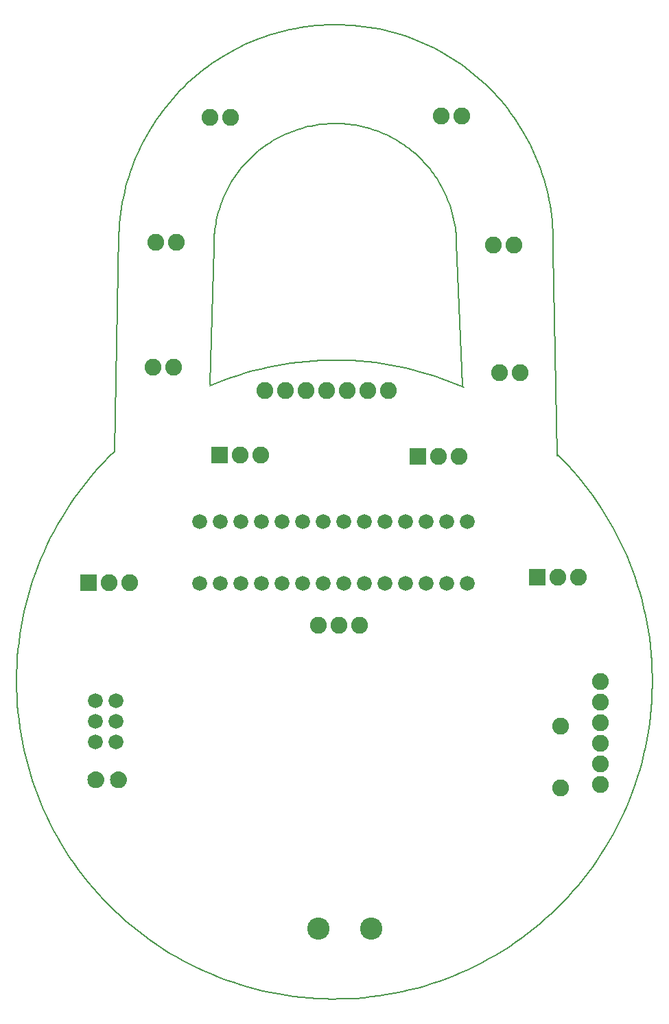
<source format=gbs>
G75*
%MOIN*%
%OFA0B0*%
%FSLAX25Y25*%
%IPPOS*%
%LPD*%
%AMOC8*
5,1,8,0,0,1.08239X$1,22.5*
%
%ADD10C,0.00600*%
%ADD11C,0.00500*%
%ADD12C,0.08200*%
%ADD13C,0.07200*%
%ADD14C,0.10800*%
%ADD15R,0.08200X0.08200*%
D10*
X0048968Y0275146D02*
X0046271Y0272502D01*
X0043641Y0269793D01*
X0041077Y0267020D01*
X0038582Y0264186D01*
X0036156Y0261292D01*
X0033803Y0258339D01*
X0031522Y0255329D01*
X0029315Y0252265D01*
X0027184Y0249147D01*
X0025130Y0245979D01*
X0023154Y0242761D01*
X0021257Y0239495D01*
X0019441Y0236185D01*
X0017706Y0232831D01*
X0016054Y0229435D01*
X0014485Y0226000D01*
X0013001Y0222528D01*
X0011602Y0219021D01*
X0010289Y0215480D01*
X0009063Y0211908D01*
X0007925Y0208308D01*
X0006875Y0204681D01*
X0005914Y0201029D01*
X0005043Y0197354D01*
X0004261Y0193660D01*
X0003571Y0189947D01*
X0002971Y0186219D01*
X0002463Y0182477D01*
X0002046Y0178724D01*
X0001721Y0174962D01*
X0001489Y0171193D01*
X0001348Y0167419D01*
X0001300Y0163644D01*
X0001344Y0159868D01*
X0001481Y0156094D01*
X0001709Y0152325D01*
X0002030Y0148562D01*
X0002443Y0144809D01*
X0002947Y0141066D01*
X0003543Y0137337D01*
X0004229Y0133624D01*
X0005007Y0129929D01*
X0005874Y0126254D01*
X0006831Y0122601D01*
X0007877Y0118972D01*
X0009011Y0115370D01*
X0010233Y0111797D01*
X0011542Y0108255D01*
X0012938Y0104747D01*
X0014418Y0101273D01*
X0015984Y0097836D01*
X0017632Y0094439D01*
X0019364Y0091083D01*
X0021176Y0087770D01*
X0023070Y0084503D01*
X0025042Y0081283D01*
X0027093Y0078112D01*
X0029221Y0074993D01*
X0031424Y0071926D01*
X0033701Y0068914D01*
X0036052Y0065958D01*
X0038474Y0063061D01*
X0040966Y0060224D01*
X0043527Y0057449D01*
X0046155Y0054737D01*
X0048848Y0052091D01*
X0051606Y0049511D01*
X0054425Y0046999D01*
X0057306Y0044557D01*
X0060245Y0042186D01*
X0063241Y0039887D01*
X0066292Y0037663D01*
X0069397Y0035513D01*
X0072553Y0033441D01*
X0075760Y0031446D01*
X0079014Y0029530D01*
X0082314Y0027694D01*
X0085657Y0025940D01*
X0089043Y0024267D01*
X0092469Y0022678D01*
X0095932Y0021174D01*
X0099431Y0019754D01*
X0102964Y0018420D01*
X0106529Y0017173D01*
X0110122Y0016014D01*
X0113743Y0014943D01*
X0117390Y0013961D01*
X0121059Y0013068D01*
X0124749Y0012265D01*
X0128457Y0011552D01*
X0132182Y0010931D01*
X0135920Y0010401D01*
X0139671Y0009962D01*
X0143431Y0009615D01*
X0147199Y0009360D01*
X0150972Y0009198D01*
X0154747Y0009127D01*
X0158523Y0009149D01*
X0162298Y0009263D01*
X0166068Y0009470D01*
X0169832Y0009769D01*
X0173588Y0010159D01*
X0177334Y0010642D01*
X0181066Y0011215D01*
X0184783Y0011880D01*
X0188483Y0012636D01*
X0192163Y0013481D01*
X0195822Y0014417D01*
X0199456Y0015441D01*
X0203065Y0016555D01*
X0206645Y0017756D01*
X0210194Y0019044D01*
X0213711Y0020419D01*
X0217194Y0021879D01*
X0220640Y0023424D01*
X0224046Y0025052D01*
X0227412Y0026764D01*
X0230736Y0028557D01*
X0234014Y0030431D01*
X0237246Y0032385D01*
X0240428Y0034417D01*
X0243561Y0036526D01*
X0246640Y0038712D01*
X0249666Y0040971D01*
X0252635Y0043305D01*
X0255546Y0045710D01*
X0258398Y0048185D01*
X0261188Y0050730D01*
X0263915Y0053342D01*
X0266577Y0056019D01*
X0269174Y0058761D01*
X0271702Y0061566D01*
X0274161Y0064432D01*
X0276549Y0067357D01*
X0278865Y0070340D01*
X0281108Y0073378D01*
X0283275Y0076470D01*
X0285366Y0079614D01*
X0287380Y0082809D01*
X0289315Y0086052D01*
X0291170Y0089341D01*
X0292944Y0092674D01*
X0294636Y0096050D01*
X0296245Y0099466D01*
X0297771Y0102921D01*
X0299211Y0106411D01*
X0300565Y0109936D01*
X0301833Y0113493D01*
X0303013Y0117080D01*
X0304106Y0120695D01*
X0305109Y0124335D01*
X0306024Y0127999D01*
X0306848Y0131684D01*
X0307583Y0135388D01*
X0308226Y0139109D01*
X0308778Y0142845D01*
X0309239Y0146593D01*
X0309608Y0150351D01*
X0309885Y0154117D01*
X0310070Y0157889D01*
X0310162Y0161664D01*
X0310163Y0165440D01*
X0310070Y0169215D01*
X0309886Y0172987D01*
X0309610Y0176753D01*
X0309241Y0180511D01*
X0308781Y0184259D01*
X0308229Y0187995D01*
X0307586Y0191716D01*
X0306852Y0195420D01*
X0306028Y0199105D01*
X0305114Y0202769D01*
X0304111Y0206409D01*
X0303019Y0210024D01*
X0301839Y0213611D01*
X0300572Y0217168D01*
X0299218Y0220693D01*
X0297778Y0224184D01*
X0296253Y0227639D01*
X0294644Y0231056D01*
X0292953Y0234432D01*
X0291179Y0237765D01*
X0289324Y0241055D01*
X0287390Y0244297D01*
X0285376Y0247492D01*
X0283285Y0250637D01*
X0281118Y0253729D01*
X0278876Y0256768D01*
X0276561Y0259751D01*
X0274173Y0262676D01*
X0271714Y0265542D01*
X0269186Y0268347D01*
X0266590Y0271089D01*
X0263928Y0273768D01*
X0263928Y0273079D02*
X0261862Y0372291D01*
X0215011Y0376425D02*
X0217767Y0306839D01*
X0215012Y0376425D02*
X0214969Y0377860D01*
X0214892Y0379292D01*
X0214779Y0380723D01*
X0214632Y0382150D01*
X0214450Y0383573D01*
X0214234Y0384992D01*
X0213983Y0386404D01*
X0213697Y0387810D01*
X0213378Y0389209D01*
X0213024Y0390600D01*
X0212637Y0391981D01*
X0212217Y0393353D01*
X0211763Y0394714D01*
X0211276Y0396064D01*
X0210756Y0397401D01*
X0210204Y0398725D01*
X0209619Y0400036D01*
X0209003Y0401332D01*
X0208356Y0402612D01*
X0207678Y0403876D01*
X0206969Y0405124D01*
X0206230Y0406354D01*
X0205461Y0407565D01*
X0204663Y0408757D01*
X0203836Y0409930D01*
X0202981Y0411082D01*
X0202098Y0412213D01*
X0201188Y0413322D01*
X0200251Y0414409D01*
X0199287Y0415472D01*
X0198299Y0416512D01*
X0197285Y0417527D01*
X0196246Y0418517D01*
X0195184Y0419482D01*
X0194099Y0420421D01*
X0192991Y0421333D01*
X0191862Y0422217D01*
X0190711Y0423074D01*
X0189540Y0423903D01*
X0188348Y0424702D01*
X0187138Y0425473D01*
X0185909Y0426214D01*
X0184663Y0426925D01*
X0183400Y0427605D01*
X0182120Y0428254D01*
X0180825Y0428872D01*
X0179516Y0429458D01*
X0178192Y0430012D01*
X0176855Y0430534D01*
X0175507Y0431023D01*
X0174146Y0431479D01*
X0172775Y0431901D01*
X0171394Y0432290D01*
X0170004Y0432646D01*
X0168606Y0432967D01*
X0167200Y0433255D01*
X0165788Y0433508D01*
X0164370Y0433726D01*
X0162947Y0433910D01*
X0161520Y0434060D01*
X0160089Y0434174D01*
X0158657Y0434254D01*
X0157223Y0434298D01*
X0155788Y0434308D01*
X0154353Y0434283D01*
X0152920Y0434223D01*
X0151488Y0434128D01*
X0150059Y0433998D01*
X0148634Y0433834D01*
X0147213Y0433634D01*
X0145797Y0433401D01*
X0144388Y0433132D01*
X0142985Y0432830D01*
X0141591Y0432493D01*
X0140204Y0432123D01*
X0138828Y0431719D01*
X0137461Y0431282D01*
X0136106Y0430811D01*
X0134762Y0430308D01*
X0133431Y0429772D01*
X0132114Y0429203D01*
X0130810Y0428603D01*
X0129522Y0427972D01*
X0128250Y0427309D01*
X0126994Y0426615D01*
X0125755Y0425891D01*
X0124534Y0425137D01*
X0123332Y0424354D01*
X0122150Y0423541D01*
X0120987Y0422700D01*
X0119846Y0421831D01*
X0118726Y0420934D01*
X0117628Y0420010D01*
X0116553Y0419060D01*
X0115501Y0418084D01*
X0114474Y0417083D01*
X0113471Y0416057D01*
X0112493Y0415006D01*
X0111541Y0413933D01*
X0110616Y0412836D01*
X0109718Y0411717D01*
X0108847Y0410577D01*
X0108004Y0409416D01*
X0107190Y0408234D01*
X0106405Y0407034D01*
X0105649Y0405814D01*
X0104923Y0404576D01*
X0104228Y0403321D01*
X0103563Y0402050D01*
X0102929Y0400762D01*
X0102327Y0399460D01*
X0101757Y0398143D01*
X0101219Y0396813D01*
X0100714Y0395470D01*
X0100241Y0394116D01*
X0099802Y0392750D01*
X0099396Y0391374D01*
X0099024Y0389988D01*
X0098685Y0388594D01*
X0098381Y0387192D01*
X0098110Y0385782D01*
X0097875Y0384367D01*
X0097673Y0382947D01*
X0097507Y0381522D01*
X0097375Y0380093D01*
X0097278Y0378661D01*
X0097216Y0377228D01*
X0097188Y0375793D01*
X0097196Y0374359D01*
X0097196Y0374358D02*
X0095129Y0307528D01*
X0048968Y0275146D02*
X0051035Y0380559D01*
X0051034Y0380559D02*
X0051158Y0383137D01*
X0051345Y0385710D01*
X0051595Y0388279D01*
X0051907Y0390840D01*
X0052282Y0393393D01*
X0052719Y0395936D01*
X0053218Y0398468D01*
X0053779Y0400987D01*
X0054402Y0403491D01*
X0055085Y0405979D01*
X0055830Y0408450D01*
X0056634Y0410902D01*
X0057498Y0413333D01*
X0058422Y0415743D01*
X0059404Y0418129D01*
X0060444Y0420491D01*
X0061541Y0422826D01*
X0062695Y0425134D01*
X0063906Y0427413D01*
X0065171Y0429662D01*
X0066492Y0431879D01*
X0067866Y0434063D01*
X0069293Y0436213D01*
X0070772Y0438328D01*
X0072303Y0440405D01*
X0073884Y0442445D01*
X0075514Y0444445D01*
X0077193Y0446405D01*
X0078919Y0448323D01*
X0080692Y0450198D01*
X0082510Y0452029D01*
X0084372Y0453816D01*
X0086277Y0455556D01*
X0088224Y0457249D01*
X0090212Y0458894D01*
X0092240Y0460490D01*
X0094306Y0462036D01*
X0096410Y0463531D01*
X0098549Y0464974D01*
X0100723Y0466364D01*
X0102930Y0467701D01*
X0105169Y0468983D01*
X0107439Y0470211D01*
X0109739Y0471382D01*
X0112066Y0472497D01*
X0114420Y0473554D01*
X0116799Y0474554D01*
X0119202Y0475495D01*
X0121627Y0476377D01*
X0124072Y0477199D01*
X0126538Y0477962D01*
X0129021Y0478664D01*
X0131520Y0479305D01*
X0134035Y0479884D01*
X0136563Y0480402D01*
X0139103Y0480859D01*
X0141653Y0481252D01*
X0144212Y0481584D01*
X0146779Y0481852D01*
X0149351Y0482058D01*
X0151927Y0482201D01*
X0154507Y0482281D01*
X0157087Y0482297D01*
X0159667Y0482251D01*
X0162245Y0482141D01*
X0164820Y0481969D01*
X0167390Y0481733D01*
X0169953Y0481435D01*
X0172508Y0481074D01*
X0175053Y0480651D01*
X0177588Y0480166D01*
X0180110Y0479619D01*
X0182617Y0479010D01*
X0185109Y0478340D01*
X0187584Y0477610D01*
X0190040Y0476819D01*
X0192477Y0475968D01*
X0194891Y0475058D01*
X0197283Y0474089D01*
X0199650Y0473062D01*
X0201992Y0471978D01*
X0204306Y0470836D01*
X0206592Y0469638D01*
X0208847Y0468385D01*
X0211072Y0467077D01*
X0213263Y0465715D01*
X0215421Y0464300D01*
X0217544Y0462832D01*
X0219630Y0461313D01*
X0221678Y0459743D01*
X0223687Y0458124D01*
X0225656Y0456456D01*
X0227584Y0454740D01*
X0229469Y0452978D01*
X0231310Y0451170D01*
X0233107Y0449318D01*
X0234857Y0447423D01*
X0236561Y0445485D01*
X0238217Y0443506D01*
X0239825Y0441487D01*
X0241382Y0439429D01*
X0242888Y0437334D01*
X0244343Y0435203D01*
X0245745Y0433037D01*
X0247094Y0430837D01*
X0248389Y0428605D01*
X0249629Y0426341D01*
X0250813Y0424049D01*
X0251940Y0421727D01*
X0253011Y0419380D01*
X0254023Y0417006D01*
X0254978Y0414609D01*
X0255873Y0412188D01*
X0256709Y0409747D01*
X0257485Y0407286D01*
X0258201Y0404807D01*
X0258856Y0402311D01*
X0259449Y0399800D01*
X0259981Y0397275D01*
X0260451Y0394737D01*
X0260859Y0392189D01*
X0261204Y0389632D01*
X0261487Y0387067D01*
X0261707Y0384496D01*
X0261864Y0381920D01*
X0261958Y0379342D01*
X0261989Y0376761D01*
X0261957Y0374181D01*
X0261861Y0371602D01*
X0218456Y0306150D02*
X0215028Y0307628D01*
X0211566Y0309022D01*
X0208070Y0310332D01*
X0204544Y0311556D01*
X0200989Y0312694D01*
X0197407Y0313745D01*
X0193801Y0314709D01*
X0190172Y0315584D01*
X0186523Y0316371D01*
X0182856Y0317069D01*
X0179173Y0317678D01*
X0175477Y0318196D01*
X0171769Y0318625D01*
X0168051Y0318964D01*
X0164327Y0319211D01*
X0160597Y0319368D01*
X0156865Y0319435D01*
X0153132Y0319410D01*
X0149401Y0319295D01*
X0145674Y0319089D01*
X0141953Y0318792D01*
X0138240Y0318405D01*
X0134538Y0317927D01*
X0130849Y0317360D01*
X0127174Y0316703D01*
X0123517Y0315956D01*
X0119879Y0315121D01*
X0116262Y0314198D01*
X0112669Y0313187D01*
X0109101Y0312089D01*
X0105561Y0310904D01*
X0102051Y0309634D01*
X0098573Y0308279D01*
X0095129Y0306839D01*
D11*
X0037906Y0112423D02*
X0038502Y0112135D01*
X0039138Y0111955D01*
X0039797Y0111887D01*
X0040455Y0111953D01*
X0041092Y0112132D01*
X0041688Y0112418D01*
X0042225Y0112804D01*
X0042688Y0113278D01*
X0043060Y0113824D01*
X0043333Y0114427D01*
X0043496Y0115068D01*
X0043546Y0115728D01*
X0043465Y0116450D01*
X0043245Y0117143D01*
X0042893Y0117780D01*
X0042424Y0118336D01*
X0041856Y0118790D01*
X0041210Y0119124D01*
X0040511Y0119326D01*
X0039787Y0119388D01*
X0039066Y0119325D01*
X0038371Y0119122D01*
X0037730Y0118788D01*
X0037165Y0118336D01*
X0036700Y0117781D01*
X0036352Y0117147D01*
X0036135Y0116457D01*
X0036056Y0115738D01*
X0036104Y0115078D01*
X0036266Y0114436D01*
X0036537Y0113833D01*
X0036909Y0113285D01*
X0037370Y0112811D01*
X0037906Y0112423D01*
X0037623Y0112628D02*
X0041980Y0112628D01*
X0042540Y0113126D02*
X0037063Y0113126D01*
X0036678Y0113625D02*
X0042925Y0113625D01*
X0043196Y0114123D02*
X0036407Y0114123D01*
X0036220Y0114622D02*
X0043383Y0114622D01*
X0043500Y0115120D02*
X0036101Y0115120D01*
X0036065Y0115619D02*
X0043538Y0115619D01*
X0043502Y0116117D02*
X0036098Y0116117D01*
X0036185Y0116616D02*
X0043413Y0116616D01*
X0043254Y0117114D02*
X0036342Y0117114D01*
X0036608Y0117613D02*
X0042986Y0117613D01*
X0042614Y0118111D02*
X0036977Y0118111D01*
X0037507Y0118610D02*
X0042082Y0118610D01*
X0041241Y0119108D02*
X0038344Y0119108D01*
X0038522Y0112129D02*
X0041083Y0112129D01*
X0047287Y0114436D02*
X0047125Y0115078D01*
X0047076Y0115738D01*
X0047155Y0116457D01*
X0047373Y0117147D01*
X0047720Y0117781D01*
X0048185Y0118336D01*
X0048750Y0118788D01*
X0049391Y0119122D01*
X0050086Y0119325D01*
X0050807Y0119388D01*
X0051531Y0119326D01*
X0052230Y0119124D01*
X0052876Y0118790D01*
X0053445Y0118336D01*
X0053913Y0117780D01*
X0054265Y0117143D01*
X0054485Y0116450D01*
X0054566Y0115728D01*
X0054517Y0115068D01*
X0054353Y0114427D01*
X0054081Y0113824D01*
X0053708Y0113278D01*
X0053245Y0112804D01*
X0052708Y0112418D01*
X0052112Y0112132D01*
X0051475Y0111953D01*
X0050817Y0111887D01*
X0050158Y0111955D01*
X0049522Y0112135D01*
X0048926Y0112423D01*
X0048390Y0112811D01*
X0047929Y0113285D01*
X0047557Y0113833D01*
X0047287Y0114436D01*
X0047240Y0114622D02*
X0054403Y0114622D01*
X0054520Y0115120D02*
X0047121Y0115120D01*
X0047085Y0115619D02*
X0054558Y0115619D01*
X0054523Y0116117D02*
X0047118Y0116117D01*
X0047205Y0116616D02*
X0054433Y0116616D01*
X0054274Y0117114D02*
X0047362Y0117114D01*
X0047628Y0117613D02*
X0054006Y0117613D01*
X0053634Y0118111D02*
X0047997Y0118111D01*
X0048527Y0118610D02*
X0053102Y0118610D01*
X0052261Y0119108D02*
X0049364Y0119108D01*
X0047427Y0114123D02*
X0054216Y0114123D01*
X0053945Y0113625D02*
X0047699Y0113625D01*
X0048083Y0113126D02*
X0053560Y0113126D01*
X0053000Y0112628D02*
X0048643Y0112628D01*
X0049543Y0112129D02*
X0052103Y0112129D01*
D12*
X0056369Y0211209D03*
X0046369Y0211209D03*
X0109795Y0273217D03*
X0119795Y0273217D03*
X0121960Y0304594D03*
X0131960Y0304594D03*
X0141960Y0304594D03*
X0151960Y0304594D03*
X0161960Y0304594D03*
X0171960Y0304594D03*
X0181960Y0304594D03*
X0206291Y0272528D03*
X0216291Y0272528D03*
X0236054Y0313177D03*
X0246054Y0313177D03*
X0242806Y0375185D03*
X0232806Y0375185D03*
X0217511Y0437882D03*
X0207511Y0437882D03*
X0105405Y0437193D03*
X0095405Y0437193D03*
X0078928Y0376701D03*
X0068928Y0376701D03*
X0067747Y0316071D03*
X0077747Y0316071D03*
X0148003Y0190539D03*
X0158003Y0190539D03*
X0168003Y0190539D03*
X0264204Y0213965D03*
X0274204Y0213965D03*
X0284972Y0163335D03*
X0284972Y0153335D03*
X0284972Y0143335D03*
X0284972Y0133335D03*
X0284972Y0123335D03*
X0284972Y0113335D03*
X0265641Y0111661D03*
X0265641Y0141661D03*
D13*
X0220287Y0210953D03*
X0210287Y0210953D03*
X0200287Y0210953D03*
X0190287Y0210953D03*
X0180287Y0210953D03*
X0170287Y0210953D03*
X0160287Y0210953D03*
X0150287Y0210953D03*
X0140287Y0210953D03*
X0130287Y0210953D03*
X0120287Y0210953D03*
X0110287Y0210953D03*
X0100287Y0210953D03*
X0090287Y0210953D03*
X0090287Y0240953D03*
X0100287Y0240953D03*
X0110287Y0240953D03*
X0120287Y0240953D03*
X0130287Y0240953D03*
X0140287Y0240953D03*
X0150287Y0240953D03*
X0160287Y0240953D03*
X0170287Y0240953D03*
X0180287Y0240953D03*
X0190287Y0240953D03*
X0200287Y0240953D03*
X0210287Y0240953D03*
X0220287Y0240953D03*
X0049598Y0153827D03*
X0049598Y0143827D03*
X0049598Y0133827D03*
X0039598Y0133827D03*
X0039598Y0143827D03*
X0039598Y0153827D03*
D14*
X0148062Y0043295D03*
X0173653Y0043295D03*
D15*
X0254204Y0213965D03*
X0196291Y0272528D03*
X0099795Y0273217D03*
X0036369Y0211209D03*
M02*

</source>
